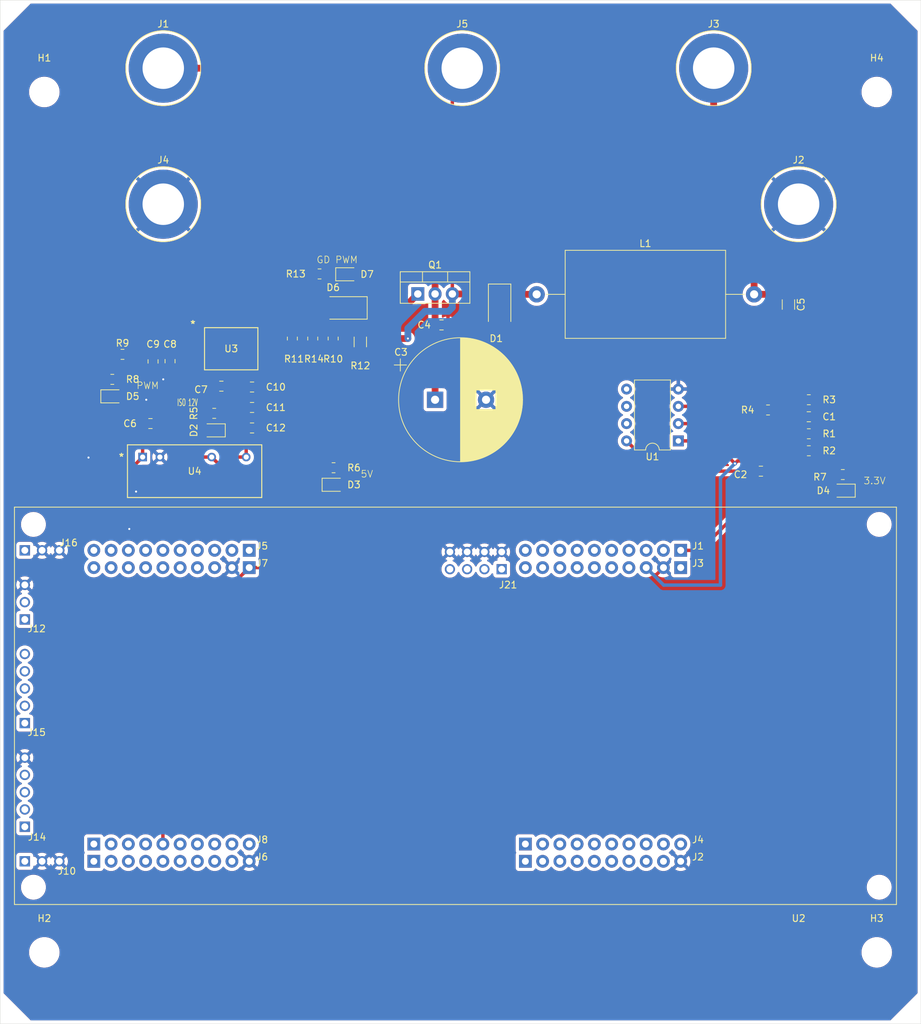
<source format=kicad_pcb>
(kicad_pcb (version 20240108) (generator "pcbnew") (generator_version "8.0")
  (layers (0 "F.Cu" signal) (31 "B.Cu" signal) (34 "B.Paste" user) (35 "F.Paste" user) (36 "B.SilkS" user "B.Silkscreen") (37 "F.SilkS" user "F.Silkscreen") (38 "B.Mask" user) (39 "F.Mask" user) (44 "Edge.Cuts" user))
  (net 0 "")
  (net 1 "Net-(U1A-+)")
  (net 2 "GND")
  (net 3 "+3.3V")
  (net 4 "Net-(U1A--)")
  (net 5 "/VFILT")
  (net 6 "/VOUT")
  (net 15 "/PowerStage/VIN")
  (net 27 "/GD/ISO_12")
  (net 44 "+5V")
  (net 47 "/GD/PWM_FILT")
  (net 48 "/VSW")
  (net 51 "Net-(D2-K)")
  (net 52 "Net-(D3-K)")
  (net 54 "Net-(D4-K)")
  (net 70 "Net-(D5-K)")
  (net 72 "/PWM")
  (net 77 "Net-(D6-A)")
  (net 80 "/VG")
  (net 89 "Net-(D7-K)")
  (net 94 "/GD/GD_PWM")
  (footprint "Capacitor_SMD:C_0805_2012Metric" (layer "F.Cu") (at 137.95 92.25)
    (property "Reference" "C2" (at -3 0.5 0) (layer "F.SilkS"))
    (property "Value" "1u")
    (pad "1" smd roundrect (at -0.95 0) (size 1 1.45) (layers "F.Cu" "F.Paste" "F.Mask") (net 3 "+3.3V"))
    (pad "2" smd roundrect (at 0.95 0) (size 1 1.45) (layers "F.Cu" "F.Paste" "F.Mask") (net 2 "GND"))
  )
  (footprint "Resistor_SMD:R_0805_2012Metric" (layer "F.Cu") (at 139 83.25 180)
    (property "Reference" "R4" (at 3 0 0) (layer "F.SilkS"))
    (property "Value" "5k")
    (pad "1" smd roundrect (at -0.9125 0 180) (size 1.025 1.4) (layers "F.Cu" "F.Paste" "F.Mask") (roundrect_rratio 0.243902) (net 1 "Net-(U1A-+)"))
    (pad "2" smd roundrect (at 0.9125 0 180) (size 1.025 1.4) (layers "F.Cu" "F.Paste" "F.Mask") (roundrect_rratio 0.243902) (net 6 "/VOUT"))
  )
  (footprint "LED_SMD:LED_0805_2012Metric" (layer "F.Cu") (at 42.5 81.25)
    (property "Reference" "D5" (at 3 0 0) (layer "F.SilkS"))
    (property "Value" "LTST-C170KGKT")
    (pad "1" smd roundrect (at -0.9375 0) (size 0.975 1.4) (layers "F.Cu" "F.Paste" "F.Mask") (net 70 "Net-(D5-K)"))
    (pad "2" smd roundrect (at 0.9375 0) (size 0.975 1.4) (layers "F.Cu" "F.Paste" "F.Mask") (net 72 "/PWM"))
  )
  (footprint "Connector:Banana_Jack_1Pin" (layer "F.Cu") (at 94 33)
    (property "Reference" "J5" (at 0 -6.5 0) (layer "F.SilkS"))
    (property "Value" "Conn_01x01_Pin")
    (pad "1" thru_hole circle (at 0 0) (size 10.16 10.16) (drill 6.1) (layers "*.Cu" "*.Mask") (net 48 "/VSW"))
  )
  (footprint "Package_DIP:DIP-8_W7.62mm" (layer "F.Cu") (at 125.8 87.8 180)
    (property "Reference" "U1" (at 3.81 -2.33 180) (layer "F.SilkS"))
    (property "Value" "LM358")
    (pad "1" thru_hole rect (at 0 0 180) (size 1.6 1.6) (drill 0.8) (layers "*.Cu" "*.Mask") (net 5 "/VFILT"))
    (pad "2" thru_hole oval (at 0 2.54 180) (size 1.6 1.6) (drill 0.8) (layers "*.Cu" "*.Mask") (net 4 "Net-(U1A--)"))
    (pad "3" thru_hole oval (at 0 5.08 180) (size 1.6 1.6) (drill 0.8) (layers "*.Cu" "*.Mask") (net 1 "Net-(U1A-+)"))
    (pad "4" thru_hole oval (at 0 7.62 180) (size 1.6 1.6) (drill 0.8) (layers "*.Cu" "*.Mask") (net 2 "GND"))
    (pad "5" thru_hole oval (at 7.62 7.62 180) (size 1.6 1.6) (drill 0.8) (layers "*.Cu" "*.Mask"))
    (pad "6" thru_hole oval (at 7.62 5.08 180) (size 1.6 1.6) (drill 0.8) (layers "*.Cu" "*.Mask"))
    (pad "7" thru_hole oval (at 7.62 2.54 180) (size 1.6 1.6) (drill 0.8) (layers "*.Cu" "*.Mask"))
    (pad "8" thru_hole oval (at 7.62 0 180) (size 1.6 1.6) (drill 0.8) (layers "*.Cu" "*.Mask") (net 3 "+3.3V"))
  )
  (footprint "Capacitor_SMD:C_0805_2012Metric" (layer "F.Cu") (at 48.1152 85.25)
    (property "Reference" "C6" (at -3 0 0) (layer "F.SilkS"))
    (property "Value" "1u")
    (pad "1" smd roundrect (at -0.95 0) (size 1 1.45) (layers "F.Cu" "F.Paste" "F.Mask") (net 44 "+5V"))
    (pad "2" smd roundrect (at 0.95 0) (size 1 1.45) (layers "F.Cu" "F.Paste" "F.Mask") (net 2 "GND"))
  )
  (footprint "Resistor_SMD:R_0805_2012Metric_Pad1.20x1.40mm_HandSolder" (layer "F.Cu") (at 75 72.75 -90)
    (property "Reference" "R10" (at 3 0 180) (layer "F.SilkS"))
    (property "Value" "14R")
    (pad "1" smd roundrect (at -1 0 270) (size 1.2 1.4) (layers "F.Cu" "F.Paste" "F.Mask") (roundrect_rratio 0.208333) (net 80 "/VG"))
    (pad "2" smd roundrect (at 1 0 270) (size 1.2 1.4) (layers "F.Cu" "F.Paste" "F.Mask") (roundrect_rratio 0.208333) (net 94 "/GD/GD_PWM"))
  )
  (footprint "Connector:Banana_Jack_1Pin" (layer "F.Cu") (at 50 53)
    (property "Reference" "J4" (at 0 -6.5 0) (layer "F.SilkS"))
    (property "Value" "Conn_01x01_Pin")
    (pad "1" thru_hole circle (at 0 0) (size 10.16 10.16) (drill 6.1) (layers "*.Cu" "*.Mask") (net 2 "GND"))
  )
  (footprint "Resistor_SMD:R_0805_2012Metric" (layer "F.Cu") (at 145 86.75 180)
    (property "Reference" "R1" (at -3 0 0) (layer "F.SilkS"))
    (property "Value" "5k")
    (pad "1" smd roundrect (at -0.9125 0 180) (size 1.025 1.4) (layers "F.Cu" "F.Paste" "F.Mask") (roundrect_rratio 0.243902) (net 2 "GND"))
    (pad "2" smd roundrect (at 0.9125 0 180) (size 1.025 1.4) (layers "F.Cu" "F.Paste" "F.Mask") (roundrect_rratio 0.243902) (net 4 "Net-(U1A--)"))
  )
  (footprint "Resistor_SMD:R_0805_2012Metric_Pad1.20x1.40mm_HandSolder" (layer "F.Cu") (at 42.5 78.75)
    (property "Reference" "R8" (at 3 0 0) (layer "F.SilkS"))
    (property "Value" "3.3k")
    (pad "1" smd roundrect (at -1 0) (size 1.2 1.4) (layers "F.Cu" "F.Paste" "F.Mask") (roundrect_rratio 0.208333) (net 70 "Net-(D5-K)"))
    (pad "2" smd roundrect (at 1 0) (size 1.2 1.4) (layers "F.Cu" "F.Paste" "F.Mask") (roundrect_rratio 0.208333) (net 2 "GND"))
  )
  (footprint "Resistor_SMD:R_0805_2012Metric_Pad1.20x1.40mm_HandSolder" (layer "F.Cu") (at 69 72.75 90)
    (property "Reference" "R11" (at -3 0.235 180) (layer "F.SilkS"))
    (property "Value" "12R")
    (pad "1" smd roundrect (at -1 0 90) (size 1.2 1.4) (layers "F.Cu" "F.Paste" "F.Mask") (roundrect_rratio 0.208333) (net 94 "/GD/GD_PWM"))
    (pad "2" smd roundrect (at 1 0 90) (size 1.2 1.4) (layers "F.Cu" "F.Paste" "F.Mask") (roundrect_rratio 0.208333) (net 77 "Net-(D6-A)"))
  )
  (footprint "footprints:TMV-HI_SINGLE_TRP" (layer "F.Cu") (at 46.9652 90.175)
    (property "Reference" "U4" (at 7.65 2.075 0) (layer "F.SilkS"))
    (property "Value" "TMV 0512SHI")
    (fp_text user "*" (at -3.1196 0 0) (layer "F.SilkS"))
    (fp_text user "*" (at -3.1196 0 0) (layer "F.SilkS"))
    (pad "1" thru_hole rect (at 0 0) (size 1.27 1.27) (drill 0.762) (layers "*.Cu" "*.Mask") (net 44 "+5V"))
    (pad "2" thru_hole circle (at 2.54 0) (size 1.27 1.27) (drill 0.762) (layers "*.Cu" "*.Mask") (net 2 "GND"))
    (pad "5" thru_hole circle (at 10.16 0) (size 1.27 1.27) (drill 0.762) (layers "*.Cu" "*.Mask") (net 48 "/VSW"))
    (pad "7" thru_hole circle (at 15.24 0) (size 1.27 1.27) (drill 0.762) (layers "*.Cu" "*.Mask") (net 27 "/GD/ISO_12"))
  )
  (footprint "Resistor_SMD:R_1206_3216Metric_Pad1.30x1.75mm_HandSolder" (layer "F.Cu") (at 79 73.25 -90)
    (property "Reference" "R12" (at 3.5 0 0) (layer "F.SilkS"))
    (property "Value" "50R")
    (pad "1" smd roundrect (at -1.55 0 270) (size 1.3 1.75) (layers "F.Cu" "F.Paste" "F.Mask") (roundrect_rratio 0.192308) (net 80 "/VG"))
    (pad "2" smd roundrect (at 1.55 0 270) (size 1.3 1.75) (layers "F.Cu" "F.Paste" "F.Mask") (roundrect_rratio 0.192308) (net 48 "/VSW"))
  )
  (footprint "Capacitor_SMD:C_0805_2012Metric" (layer "F.Cu") (at 145 84.25)
    (property "Reference" "C1" (at 3 0 0) (layer "F.SilkS"))
    (property "Value" "10u")
    (pad "1" smd roundrect (at -0.95 0) (size 1 1.45) (layers "F.Cu" "F.Paste" "F.Mask") (net 1 "Net-(U1A-+)"))
    (pad "2" smd roundrect (at 0.95 0) (size 1 1.45) (layers "F.Cu" "F.Paste" "F.Mask") (net 2 "GND"))
  )
  (footprint "MountingHole:MountingHole_4mm" (layer "F.Cu") (at 155 163)
    (property "Reference" "H3" (at 0 -5 0) (layer "F.SilkS"))
    (property "Value" "MountingHole")
    (pad "" np_thru_hole circle (at 0 0) (size 4 4) (drill 4) (layers "*.Cu" "*.Mask"))
  )
  (footprint "LED_SMD:LED_0805_2012Metric" (layer "F.Cu") (at 57.4375 86.25 180)
    (property "Reference" "D2" (at 2.9375 0 90) (layer "F.SilkS"))
    (property "Value" "LTST-C170KGKT")
    (pad "1" smd roundrect (at -0.9375 0 180) (size 0.975 1.4) (layers "F.Cu" "F.Paste" "F.Mask") (net 51 "Net-(D2-K)"))
    (pad "2" smd roundrect (at 0.9375 0 180) (size 0.975 1.4) (layers "F.Cu" "F.Paste" "F.Mask") (net 27 "/GD/ISO_12"))
  )
  (footprint "Connector:Banana_Jack_1Pin" (layer "F.Cu") (at 50 33)
    (property "Reference" "J1" (at 0 -6.5 0) (layer "F.SilkS"))
    (property "Value" "Conn_01x01_Pin")
    (pad "1" thru_hole circle (at 0 0) (size 10.16 10.16) (drill 6.1) (layers "*.Cu" "*.Mask") (net 15 "/PowerStage/VIN"))
  )
  (footprint "Capacitor_THT:CP_Radial_D18.0mm_P7.50mm" (layer "F.Cu") (at 90 81.75)
    (property "Reference" "C3" (at -5.02222 -7 0) (layer "F.SilkS"))
    (property "Value" "470u")
    (pad "1" thru_hole rect (at 0 0) (size 2.4 2.4) (drill 1.2) (layers "*.Cu" "*.Mask") (net 15 "/PowerStage/VIN"))
    (pad "2" thru_hole circle (at 7.5 0) (size 2.4 2.4) (drill 1.2) (layers "*.Cu" "*.Mask") (net 2 "GND"))
  )
  (footprint "Resistor_SMD:R_0805_2012Metric_Pad1.20x1.40mm_HandSolder" (layer "F.Cu") (at 57.5 83.75 180)
    (property "Reference" "R5" (at 3 0 90) (layer "F.SilkS"))
    (property "Value" "3.3k")
    (pad "1" smd roundrect (at -1 0 180) (size 1.2 1.4) (layers "F.Cu" "F.Paste" "F.Mask") (roundrect_rratio 0.208333) (net 51 "Net-(D2-K)"))
    (pad "2" smd roundrect (at 1 0 180) (size 1.2 1.4) (layers "F.Cu" "F.Paste" "F.Mask") (roundrect_rratio 0.208333) (net 48 "/VSW"))
  )
  (footprint "MountingHole:MountingHole_4mm" (layer "F.Cu") (at 32.5 163)
    (property "Reference" "H2" (at 0 -5 0) (layer "F.SilkS"))
    (property "Value" "MountingHole")
    (pad "" np_thru_hole circle (at 0 0) (size 4 4) (drill 4) (layers "*.Cu" "*.Mask"))
  )
  (footprint "Capacitor_SMD:C_0805_2012Metric" (layer "F.Cu") (at 58.55 79.75 180)
    (property "Reference" "C7" (at 3 -0.5 0) (layer "F.SilkS"))
    (property "Value" "1u")
    (pad "1" smd roundrect (at -0.95 0 180) (size 1 1.45) (layers "F.Cu" "F.Paste" "F.Mask") (net 27 "/GD/ISO_12"))
    (pad "2" smd roundrect (at 0.95 0 180) (size 1 1.45) (layers "F.Cu" "F.Paste" "F.Mask") (net 48 "/VSW"))
  )
  (footprint "Capacitor_SMD:C_0805_2012Metric" (layer "F.Cu") (at 63.0652 82.885)
    (property "Reference" "C11" (at 3.5 0 180) (layer "F.SilkS"))
    (property "Value" "220n")
    (pad "1" smd roundrect (at -0.95 0) (size 1 1.45) (layers "F.Cu" "F.Paste" "F.Mask") (net 27 "/GD/ISO_12"))
    (pad "2" smd roundrect (at 0.95 0) (size 1 1.45) (layers "F.Cu" "F.Paste" "F.Mask") (net 48 "/VSW"))
  )
  (footprint "MountingHole:MountingHole_4mm" (layer "F.Cu") (at 32.5 36.5)
    (property "Reference" "H1" (at 0 -5 0) (layer "F.SilkS"))
    (property "Value" "MountingHole")
    (pad "" np_thru_hole circle (at 0 0) (size 4 4) (drill 4) (layers "*.Cu" "*.Mask"))
  )
  (footprint "Diode_SMD:D_SMA" (layer "F.Cu") (at 76.5 68.25 180)
    (property "Reference" "D6" (at 1.5 3 0) (layer "F.SilkS"))
    (property "Value" "US2AA")
    (pad "1" smd roundrect (at -2 0 180) (size 2.5 1.8) (layers "F.Cu" "F.Paste" "F.Mask") (roundrect_rratio 0.1388888889) (net 80 "/VG"))
    (pad "2" smd roundrect (at 2 0 180) (size 2.5 1.8) (layers "F.Cu" "F.Paste" "F.Mask") (roundrect_rratio 0.1388888889) (net 77 "Net-(D6-A)"))
  )
  (footprint "LED_SMD:LED_0805_2012Metric" (layer "F.Cu") (at 75.0625 94.25)
    (property "Reference" "D3" (at 3 0 0) (layer "F.SilkS"))
    (property "Value" "LTST-C170KGKT")
    (pad "1" smd roundrect (at -0.9375 0) (size 0.975 1.4) (layers "F.Cu" "F.Paste" "F.Mask") (net 52 "Net-(D3-K)"))
    (pad "2" smd roundrect (at 0.9375 0) (size 0.975 1.4) (layers "F.Cu" "F.Paste" "F.Mask") (net 44 "+5V"))
  )
  (footprint "Package_TO_SOT_THT:TO-220-3_Vertical" (layer "F.Cu") (at 87.46 66.195)
    (property "Reference" "Q1" (at 2.54 -4.27 0) (layer "F.SilkS"))
    (property "Value" "IRF540N")
    (pad "1" thru_hole rect (at 0 0) (size 1.905 2) (drill 1.1) (layers "*.Cu" "*.Mask") (net 80 "/VG"))
    (pad "2" thru_hole oval (at 2.54 0) (size 1.905 2) (drill 1.1) (layers "*.Cu" "*.Mask") (net 15 "/PowerStage/VIN"))
    (pad "3" thru_hole oval (at 5.08 0) (size 1.905 2) (drill 1.1) (layers "*.Cu" "*.Mask") (net 48 "/VSW"))
  )
  (footprint "Resistor_SMD:R_0805_2012Metric_Pad1.20x1.40mm_HandSolder" (layer "F.Cu") (at 72 72.75 90)
    (property "Reference" "R14" (at -3 0.185 180) (layer "F.SilkS"))
    (property "Value" "14R")
    (pad "1" smd roundrect (at -1 0 90) (size 1.2 1.4) (layers "F.Cu" "F.Paste" "F.Mask") (roundrect_rratio 0.208333) (net 94 "/GD/GD_PWM"))
    (pad "2" smd roundrect (at 1 0 90) (size 1.2 1.4) (layers "F.Cu" "F.Paste" "F.Mask") (roundrect_rratio 0.208333) (net 80 "/VG"))
  )
  (footprint "LED_SMD:LED_0805_2012Metric" (layer "F.Cu") (at 77.0625 63.3)
    (property "Reference" "D7" (at 2.9375 0 0) (layer "F.SilkS"))
    (property "Value" "LTST-C170KGKT")
    (pad "1" smd roundrect (at -0.9375 0) (size 0.975 1.4) (layers "F.Cu" "F.Paste" "F.Mask") (net 89 "Net-(D7-K)"))
    (pad "2" smd roundrect (at 0.9375 0) (size 0.975 1.4) (layers "F.Cu" "F.Paste" "F.Mask") (net 80 "/VG"))
  )
  (footprint "MCU_lib:MOD_LAUNCHXL-F28379D" (layer "F.Cu") (at 93 126.75 180)
    (property "Reference" "U2" (at -50.5 -31.25 0) (layer "F.SilkS"))
    (property "Value" "LAUNCHXL-F28379D")
    (fp_text user "J21" (at -7.747 17.78 0) (layer "F.SilkS"))
    (fp_text user "J4" (at -35.687 -19.685 0) (layer "F.SilkS"))
    (fp_text user "J16" (at 56.928 23.97 0) (layer "F.SilkS"))
    (fp_text user "J15" (at 61.628 -3.905 0) (layer "F.SilkS"))
    (fp_text user "J12" (at 61.628 11.335 0) (layer "F.SilkS"))
    (fp_text user "J1" (at -35.687 23.495 0) (layer "F.SilkS"))
    (fp_text user "J8" (at 28.448 -19.685 0) (layer "F.SilkS"))
    (fp_text user "J10" (at 57.178 -24.305 0) (layer "F.SilkS"))
    (fp_text user "J7" (at 28.448 20.955 0) (layer "F.SilkS"))
    (fp_text user "J3" (at -35.687 20.955 0) (layer "F.SilkS"))
    (fp_text user "J6" (at 28.448 -22.225 0) (layer "F.SilkS"))
    (fp_text user "J14" (at 61.578 -19.305 0) (layer "F.SilkS"))
    (fp_text user "J2" (at -35.687 -22.225 0) (layer "F.SilkS"))
    (fp_text user "J5" (at 28.448 23.495 0) (layer "F.SilkS"))
    (pad "" np_thru_hole circle (at -62.357 -26.67 180) (size 3.175 3.175) (drill 3.175) (layers "*.Cu" "*.Mask"))
    (pad "" np_thru_hole circle (at -62.357 26.67 180) (size 3.175 3.175) (drill 3.175) (layers "*.Cu" "*.Mask"))
    (pad "" np_thru_hole circle (at 62.103 -26.67 180) (size 3.175 3.175) (drill 3.175) (layers "*.Cu" "*.Mask"))
    (pad "" np_thru_hole circle (at 62.103 26.67 180) (size 3.175 3.175) (drill 3.175) (layers "*.Cu" "*.Mask"))
    (pad "J1_1" thru_hole rect (at -33.147 22.86 180) (size 1.8796 1.8796) (drill 1.016) (layers "*.Cu" "*.Mask") (net 3 "+3.3V"))
    (pad "J1_2" thru_hole circle (at -30.607 22.86 180) (size 1.8796 1.8796) (drill 1.016) (layers "*.Cu" "*.Mask"))
    (pad "J1_3" thru_hole circle (at -28.067 22.86 180) (size 1.8796 1.8796) (drill 1.016) (layers "*.Cu" "*.Mask"))
    (pad "J1_4" thru_hole circle (at -25.527 22.86 180) (size 1.8796 1.8796) (drill 1.016) (layers "*.Cu" "*.Mask"))
    (pad "J1_5" thru_hole circle (at -22.987 22.86 180) (size 1.8796 1.8796) (drill 1.016) (layers "*.Cu" "*.Mask"))
    (pad "J1_6" thru_hole circle (at -20.447 22.86 180) (size 1.8796 1.8796) (drill 1.016) (layers "*.Cu" "*.Mask"))
    (pad "J1_7" thru_hole circle (at -17.907 22.86 180) (size 1.8796 1.8796) (drill 1.016) (layers "*.Cu" "*.Mask"))
    (pad "J1_8" thru_hole circle (at -15.367 22.86 180) (size 1.8796 1.8796) (drill 1.016) (layers "*.Cu" "*.Mask"))
    (pad "J1_9" thru_hole circle (at -12.827 22.86 180) (size 1.8796 1.8796) (drill 1.016) (layers "*.Cu" "*.Mask"))
    (pad "J1_10" thru_hole circle (at -10.287 22.86 180) (size 1.8796 1.8796) (drill 1.016) (layers "*.Cu" "*.Mask"))
    (pad "J2_1" thru_hole rect (at -10.287 -22.86 180) (size 1.8796 1.8796) (drill 1.016) (layers "*.Cu" "*.Mask"))
    (pad "J2_2" thru_hole circle (at -12.827 -22.86 180) (size 1.8796 1.8796) (drill 1.016) (layers "*.Cu" "*.Mask"))
    (pad "J2_3" thru_hole circle (at -15.367 -22.86 180) (size 1.8796 1.8796) (drill 1.016) (layers "*.Cu" "*.Mask"))
    (pad "J2_4" thru_hole circle (at -17.907 -22.86 180) (size 1.8796 1.8796) (drill 1.016) (layers "*.Cu" "*.Mask"))
    (pad "J2_5" thru_hole circle (at -20.447 -22.86 180) (size 1.8796 1.8796) (drill 1.016) (layers "*.Cu" "*.Mask"))
    (pad "J2_6" thru_hole circle (at -22.987 -22.86 180) (size 1.8796 1.8796) (drill 1.016) (layers "*.Cu" "*.Mask"))
    (pad "J2_7" thru_hole circle (at -25.527 -22.86 180) (size 1.8796 1.8796) (drill 1.016) (layers "*.Cu" "*.Mask"))
    (pad "J2_8" thru_hole circle (at -28.067 -22.86 180) (size 1.8796 1.8796) (drill 1.016) (layers "*.Cu" "*.Mask"))
    (pad "J2_9" thru_hole circle (at -30.607 -22.86 180) (size 1.8796 1.8796) (drill 1.016) (layers "*.Cu" "*.Mask"))
    (pad "J2_10" thru_hole circle (at -33.147 -22.86 180) (size 1.8796 1.8796) (drill 1.016) (layers "*.Cu" "*.Mask") (net 2 "GND"))
    (pad "J3_1" thru_hole rect (at -33.147 20.32 180) (size 1.8796 1.8796) (drill 1.016) (layers "*.Cu" "*.Mask"))
    (pad "J3_2" thru_hole circle (at -30.607 20.32 180) (size 1.8796 1.8796) (drill 1.016) (layers "*.Cu" "*.Mask") (net 2 "GND"))
    (pad "J3_3" thru_hole circle (at -28.067 20.32 180) (size 1.8796 1.8796) (drill 1.016) (layers "*.Cu" "*.Mask") (net 5 "/VFILT"))
    (pad "J3_4" thru_hole circle (at -25.527 20.32 180) (size 1.8796 1.8796) (drill 1.016) (layers "*.Cu" "*.Mask"))
    (pad "J3_5" thru_hole circle (at -22.987 20.32 180) (size 1.8796 1.8796) (drill 1.016) (layers "*.Cu" "*.Mask"))
    (pad "J3_6" thru_hole circle (at -20.447 20.32 180) (size 1.8796 1.8796) (drill 1.016) (layers "*.Cu" "*.Mask"))
    (pad "J3_7" thru_hole circle (at -17.907 20.32 180) (size 1.8796 1.8796) (drill 1.016) (layers "*.Cu" "*.Mask"))
    (pad "J3_8" thru_hole circle (at -15.367 20.32 180) (size 1.8796 1.8796) (drill 1.016) (layers "*.Cu" "*.Mask"))
    (pad "J3_9" thru_hole circle (at -12.827 20.32 180) (size 1.8796 1.8796) (drill 1.016) (layers "*.Cu" "*.Mask"))
    (pad "J3_10" thru_hole circle (at -10.287 20.32 180) (size 1.8796 1.8796) (drill 1.016) (layers "*.Cu" "*.Mask"))
    (pad "J4_1" thru_hole rect (at -10.287 -20.32 180) (size 1.8796 1.8796) (drill 1.016) (layers "*.Cu" "*.Mask"))
    (pad "J4_2" thru_hole circle (at -12.827 -20.32 180) (size 1.8796 1.8796) (drill 1.016) (layers "*.Cu" "*.Mask"))
    (pad "J4_3" thru_hole circle (at -15.367 -20.32 180) (size 1.8796 1.8796) (drill 1.016) (layers "*.Cu" "*.Mask"))
    (pad "J4_4" thru_hole circle (at -17.907 -20.32 180) (size 1.8796 1.8796) (drill 1.016) (layers "*.Cu" "*.Mask"))
    (pad "J4_5" thru_hole circle (at -20.447 -20.32 180) (size 1.8796 1.8796) (drill 1.016) (layers "*.Cu" "*.Mask"))
    (pad "J4_6" thru_hole circle (at -22.987 -20.32 180) (size 1.8796 1.8796) (drill 1.016) (layers "*.Cu" "*.Mask"))
    (pad "J4_7" thru_hole circle (at -25.527 -20.32 180) (size 1.8796 1.8796) (drill 1.016) (layers "*.Cu" "*.Mask"))
    (pad "J4_8" thru_hole circle (at -28.067 -20.32 180) (size 1.8796 1.8796) (drill 1.016) (layers "*.Cu" "*.Mask"))
    (pad "J4_9" thru_hole circle (at -30.607 -20.32 180) (size 1.8796 1.8796) (drill 1.016) (layers "*.Cu" "*.Mask"))
    (pad "J4_10" thru_hole circle (at -33.147 -20.32 180) (size 1.8796 1.8796) (drill 1.016) (layers "*.Cu" "*.Mask"))
    (pad "J5_1" thru_hole rect (at 30.353 22.86 180) (size 1.8796 1.8796) (drill 1.016) (layers "*.Cu" "*.Mask"))
    (pad "J5_2" thru_hole circle (at 32.893 22.86 180) (size 1.8796 1.8796) (drill 1.016) (layers "*.Cu" "*.Mask"))
    (pad "J5_3" thru_hole circle (at 35.433 22.86 180) (size 1.8796 1.8796) (drill 1.016) (layers "*.Cu" "*.Mask"))
    (pad "J5_4" thru_hole circle (at 37.973 22.86 180) (size 1.8796 1.8796) (drill 1.016) (layers "*.Cu" "*.Mask"))
    (pad "J5_5" thru_hole circle (at 40.513 22.86 180) (size 1.8796 1.8796) (drill 1.016) (layers "*.Cu" "*.Mask"))
    (pad "J5_6" thru_hole circle (at 43.053 22.86 180) (size 1.8796 1.8796) (drill 1.016) (layers "*.Cu" "*.Mask"))
    (pad "J5_7" thru_hole circle (at 45.593 22.86 180) (size 1.8796 1.8796) (drill 1.016) (layers "*.Cu" "*.Mask"))
    (pad "J5_8" thru_hole circle (at 48.133 22.86 180) (size 1.8796 1.8796) (drill 1.016) (layers "*.Cu" "*.Mask"))
    (pad "J5_9" thru_hole circle (at 50.673 22.86 180) (size 1.8796 1.8796) (drill 1.016) (layers "*.Cu" "*.Mask"))
    (pad "J5_10" thru_hole circle (at 53.213 22.86 180) (size 1.8796 1.8796) (drill 1.016) (layers "*.Cu" "*.Mask"))
    (pad "J6_1" thru_hole rect (at 53.213 -22.86 180) (size 1.8796 1.8796) (drill 1.016) (layers "*.Cu" "*.Mask"))
    (pad "J6_2" thru_hole circle (at 50.673 -22.86 180) (size 1.8796 1.8796) (drill 1.016) (layers "*.Cu" "*.Mask"))
    (pad "J6_3" thru_hole circle (at 48.133 -22.86 180) (size 1.8796 1.8796) (drill 1.016) (layers "*.Cu" "*.Mask"))
    (pad "J6_4" thru_hole circle (at 45.593 -22.86 180) (size 1.8796 1.8796) (drill 1.016) (layers "*.Cu" "*.Mask"))
    (pad "J6_5" thru_hole circle (at 43.053 -22.86 180) (size 1.8796 1.8796) (drill 1.016) (layers "*.Cu" "*.Mask"))
    (pad "J6_6" thru_hole circle (at 40.513 -22.86 180) (size 1.8796 1.8796) (drill 1.016) (layers "*.Cu" "*.Mask"))
    (pad "J6_7" thru_hole circle (at 37.973 -22.86 180) (size 1.8796 1.8796) (drill 1.016) (layers "*.Cu" "*.Mask"))
    (pad "J6_8" thru_hole circle (at 35.433 -22.86 180) (size 1.8796 1.8796) (drill 1.016) (layers "*.Cu" "*.Mask"))
    (pad "J6_9" thru_hole circle (at 32.893 -22.86 180) (size 1.8796 1.8796) (drill 1.016) (layers "*.Cu" "*.Mask"))
    (pad "J6_10" thru_hole circle (at 30.353 -22.86 180) (size 1.8796 1.8796) (drill 1.016) (layers "*.Cu" "*.Mask") (net 2 "GND"))
    (pad "J7_1" thru_hole rect (at 30.353 20.32 180) (size 1.8796 1.8796) (drill 1.016) (layers "*.Cu" "*.Mask") (net 44 "+5V"))
    (pad "J7_2" thru_hole circle (at 32.893 20.32 180) (size 1.8796 1.8796) (drill 1.016) (layers "*.Cu" "*.Mask") (net 2 "GND"))
    (pad "J7_3" thru_hole circle (at 35.433 20.32 180) (size 1.8796 1.8796) (drill 1.016) (layers "*.Cu" "*.Mask"))
    (pad "J7_4" thru_hole circle (at 37.973 20.32 180) (size 1.8796 1.8796) (drill 1.016) (layers "*.Cu" "*.Mask"))
    (pad "J7_5" thru_hole circle (at 40.513 20.32 180) (size 1.8796 1.8796) (drill 1.016) (layers "*.Cu" "*.Mask"))
    (pad "J7_6" thru_hole circle (at 43.053 20.32 180) (size 1.8796 1.8796) (drill 1.016) (layers "*.Cu" "*.Mask"))
    (pad "J7_7" thru_hole circle (at 45.593 20.32 180) (size 1.8796 1.8796) (drill 1.016) (layers "*.Cu" "*.Mask"))
    (pad "J7_8" thru_hole circle (at 48.133 20.32 180) (size 1.8796 1.8796) (drill 1.016) (layers "*.Cu" "*.Mask"))
    (pad "J7_9" thru_hole circle (at 50.673 20.32 180) (size 1.8796 1.8796) (drill 1.016) (layers "*.Cu" "*.Mask"))
    (pad "J7_10" thru_hole circle (at 53.213 20.32 180) (size 1.8796 1.8796) (drill 1.016) (layers "*.Cu" "*.Mask"))
    (pad "J8_1" thru_hole rect (at 53.213 -20.32 180) (size 1.8796 1.8796) (drill 1.016) (layers "*.Cu" "*.Mask"))
    (pad "J8_2" thru_hole circle (at 50.673 -20.32 180) (size 1.8796 1.8796) (drill 1.016) (layers "*.Cu" "*.Mask"))
    (pad "J8_3" thru_hole circle (at 48.133 -20.32 180) (size 1.8796 1.8796) (drill 1.016) (layers "*.Cu" "*.Mask"))
    (pad "J8_4" thru_hole circle (at 45.593 -20.32 180) (size 1.8796 1.8796) (drill 1.016) (layers "*.Cu" "*.Mask"))
    (pad "J8_5" thru_hole circle (at 43.053 -20.32 180) (size 1.8796 1.8796) (drill 1.016) (layers "*.Cu" "*.Mask") (net 72 "/PWM"))
    (pad "J8_6" thru_hole circle (at 40.513 -20.32 180) (size 1.8796 1.8796) (drill 1.016) (layers "*.Cu" "*.Mask"))
    (pad "J8_7" thru_hole circle (at 37.973 -20.32 180) (size 1.8796 1.8796) (drill 1.016) (layers "*.Cu" "*.Mask"))
    (pad "J8_8" thru_hole circle (at 35.433 -20.32 180) (size 1.8796 1.8796) (drill 1.016) (layers "*.Cu" "*.Mask"))
    (pad "J8_9" thru_hole circle (at 32.893 -20.32 180) (size 1.8796 1.8796) (drill 1.016) (layers "*.Cu" "*.Mask"))
    (pad "J8_10" thru_hole circle (at 30.353 -20.32 180) (size 1.8796 1.8796) (drill 1.016) (layers "*.Cu" "*.Mask"))
    (pad "J10_1" thru_hole rect (at 63.373 -22.86 180) (size 1.524 1.524) (drill 1.016) (layers "*.Cu" "*.Mask"))
    (pad "J10_2" thru_hole circle (at 60.833 -22.86 180) (size 1.524 1.524) (drill 1.016) (layers "*.Cu" "*.Mask") (net 2 "GND"))
    (pad "J10_3" thru_hole circle (at 58.293 -22.86 180) (size 1.524 1.524) (drill 1.016) (layers "*.Cu" "*.Mask") (net 2 "GND"))
    (pad "J12_1" thru_hole rect (at 63.373 12.7 180) (size 1.524 1.524) (drill 1.016) (layers "*.Cu" "*.Mask"))
    (pad "J12_2" thru_hole circle (at 63.373 15.24 180) (size 1.524 1.524) (drill 1.016) (layers "*.Cu" "*.Mask"))
    (pad "J12_3" thru_hole circle (at 63.373 17.78 180) (size 1.524 1.524) (drill 1.016) (layers "*.Cu" "*.Mask") (net 2 "GND"))
    (pad "J14_1" thru_hole rect (at 63.373 -17.78 180) (size 1.524 1.524) (drill 1.016) (layers "*.Cu" "*.Mask"))
    (pad "J14_2" thru_hole circle (at 63.373 -15.24 180) (size 1.524 1.524) (drill 1.016) (layers "*.Cu" "*.Mask"))
    (pad "J14_3" thru_hole circle (at 63.373 -12.7 180) (size 1.524 1.524) (drill 1.016) (layers "*.Cu" "*.Mask"))
    (pad "J14_4" thru_hole circle (at 63.373 -10.16 180) (size 1.524 1.524) (drill 1.016) (layers "*.Cu" "*.Mask"))
    (pad "J14_5" thru_hole circle (at 63.373 -7.62 180) (size 1.524 1.524) (drill 1.016) (layers "*.Cu" "*.Mask") (net 2 "GND"))
    (pad "J15_1" thru_hole rect (at 63.373 -2.54 180) (size 1.524 1.524) (drill 1.016) (layers "*.Cu" "*.Mask"))
    (pad "J15_2" thru_hole circle (at 63.373 0 180) (size 1.524 1.524) (drill 1.016) (layers "*.Cu" "*.Mask"))
    (pad "J15_3" thru_hole circle (at 63.373 2.54 180) (size 1.524 1.524) (drill 1.016) (layers "*.Cu" "*.Mask"))
    (pad "J15_4" thru_hole circle (at 63.373 5.08 180) (size 1.524 1.524) (drill 1.016) (layers "*.Cu" "*.Mask"))
    (pad "J15_5" thru_hole circle (at 63.373 7.62 180) (size 1.524 1.524) (drill 1.016) (layers "*.Cu" "*.Mask"))
    (pad "J16_1" thru_hole rect (at 63.373 22.86 180) (size 1.524 1.524) (drill 1.016) (layers "*.Cu" "*.Mask"))
    (pad "J16_2" thru_hole circle (at 60.833 22.86 180) (size 1.524 1.524) (drill 1.016) (layers "*.Cu" "*.Mask") (net 2 "GND"))
    (pad "J16_3" thru_hole circle (at 58.293 22.86 180) (size 1.524 1.524) (drill 1.016) (layers "*.Cu" "*.Mask") (net 2 "GND"))
    (pad "J21_1" thru_hole rect (at -6.803 20.086 180) (size 1.5 1.5) (drill 1) (layers "*.Cu" "*.Mask"))
    (pad "J21_2" thru_hole circle (at -6.803 22.626 180) (size 1.5 1.5) (drill 1) (layers "*.Cu" "*.Mask") (net 2 "GND"))
    (pad "J21_3" thru_hole circle (at -4.263 20.086 180) (size 1.5 1.5) (drill 1) (layers "*.Cu" "*.Mask"))
    (pad "J21_4" thru_hole circle (at -4.263 22.626 180) (size 1.5 1.5) (drill 1) (layers "*.Cu" "*.Mask") (net 2 "GND"))
    (pad "J21_5" thru_hole circle (at -1.723 20.086 180) (size 1.5 1.5) (drill 1) (layers "*.Cu" "*.Mask"))
    (pad "J21_6" thru_hole circle (at -1.723 22.626 180) (size 1.5 1.5) (drill 1) (layers "*.Cu" "*.Mask") (net 2 "GND"))
    (pad "J21_7" thru_hole circle (at 0.817 20.086 180) (size 1.5 1.5) (drill 1) (layers "*.Cu" "*.Mask"))
    (pad "J21_8" thru_hole circle (at 0.817 22.626 180) (size 1.5 1.5) (drill 1) (layers "*.Cu" "*.Mask") (net 2 "GND"))
  )
  (footprint "Resistor_SMD:R_0805_2012Metric" (layer "F.Cu") (at 145 81.75)
    (property "Reference" "R3" (at 3 0 0) (layer "F.SilkS"))
    (property "Value" "250")
    (pad "1" smd roundrect (at -0.9125 0) (size 1.025 1.4) (layers "F.Cu" "F.Paste" "F.Mask") (roundrect_rratio 0.243902) (net 1 "Net-(U1A-+)"))
    (pad "2" smd roundrect (at 0.9125 0) (size 1.025 1.4) (layers "F.Cu" "F.Paste" "F.Mask") (roundrect_rratio 0.243902) (net 2 "GND"))
  )
  (footprint "Capacitor_SMD:C_0805_2012Metric_Pad1.18x1.45mm_HandSolder" (layer "F.Cu") (at 51 76.0775 -90)
    (property "Reference" "C8" (at -2.5 0 0) (layer "F.SilkS"))
    (property "Value" "1u")
    (pad "1" smd roundrect (at -1.0375 0 270) (size 1.175 1.45) (layers "F.Cu" "F.Paste" "F.Mask") (roundrect_rratio 0.212766) (net 44 "+5V"))
    (pad "2" smd roundrect (at 1.0375 0 270) (size 1.175 1.45) (layers "F.Cu" "F.Paste" "F.Mask") (roundrect_rratio 0.212766) (net 2 "GND"))
  )
  (footprint "Inductor_THT:L_Axial_L23.4mm_D12.7mm_P32.00mm_Horizontal_Vishay_IHA-203" (layer "F.Cu") (at 104.95 66.25)
    (property "Reference" "L1" (at 16 -7.47 0) (layer "F.SilkS"))
    (property "Value" "33m")
    (pad "1" thru_hole circle (at 0 0) (size 2.4 2.4) (drill 1.2) (layers "*.Cu" "*.Mask") (net 48 "/VSW"))
    (pad "2" thru_hole oval (at 32 0) (size 2.4 2.4) (drill 1.2) (layers "*.Cu" "*.Mask") (net 6 "/VOUT"))
  )
  (footprint "Resistor_SMD:R_0805_2012Metric_Pad1.20x1.40mm_HandSolder" (layer "F.Cu") (at 75.0625 91.75)
    (property "Reference" "R6" (at 3 0 0) (layer "F.SilkS"))
    (property "Value" "3.3k")
    (pad "1" smd roundrect (at -1 0) (size 1.2 1.4) (layers "F.Cu" "F.Paste" "F.Mask") (roundrect_rratio 0.208333) (net 52 "Net-(D3-K)"))
    (pad "2" smd roundrect (at 1 0) (size 1.2 1.4) (layers "F.Cu" "F.Paste" "F.Mask") (roundrect_rratio 0.208333) (net 2 "GND"))
  )
  (footprint "footprints:SOIC8_DWV_TEX" (layer "F.Cu") (at 60 74.25)
    (property "Reference" "U3" (at 0 0 0) (layer "F.SilkS"))
    (property "Value" "UCC5304DWVR")
    (fp_text user "*" (at -5.6388 -3.6068 0) (layer "F.SilkS"))
    (fp_text user "*" (at -5.6388 -3.6068 0) (layer "F.SilkS"))
    (pad "1" smd rect (at -5.3848 -1.905) (size 1.7018 0.5588) (layers "F.Cu" "F.Paste" "F.Mask") (net 47 "/GD/PWM_FILT"))
    (pad "2" smd rect (at -5.3848 -0.635) (size 1.7018 0.5588) (layers "F.Cu" "F.Paste" "F.Mask") (net 44 "+5V"))
    (pad "3" smd rect (at -5.3848 0.635) (size 1.7018 0.5588) (layers "F.Cu" "F.Paste" "F.Mask") (net 44 "+5V"))
    (pad "4" smd rect (at -5.3848 1.905) (size 1.7018 0.5588) (layers "F.Cu" "F.Paste" "F.Mask") (net 2 "GND"))
    (pad "5" smd rect (at 5.3848 1.905) (size 1.7018 0.5588) (layers "F.Cu" "F.Paste" "F.Mask") (net 48 "/VSW"))
    (pad "6" smd rect (at 5.3848 0.635) (size 1.7018 0.5588) (layers "F.Cu" "F.Paste" "F.Mask") (net 48 "/VSW"))
    (pad "7" smd rect (at 5.3848 -0.635) (size 1.7018 0.5588) (layers "F.Cu" "F.Paste" "F.Mask") (net 94 "/GD/GD_PWM"))
    (pad "8" smd rect (at 5.3848 -1.905) (size 1.7018 0.5588) (layers "F.Cu" "F.Paste" "F.Mask") (net 27 "/GD/ISO_12"))
  )
  (footprint "MountingHole:MountingHole_4mm" (layer "F.Cu") (at 155 36.5)
    (property "Reference" "H4" (at 0 -5 0) (layer "F.SilkS"))
    (property "Value" "MountingHole")
    (pad "" np_thru_hole circle (at 0 0) (size 4 4) (drill 4) (layers "*.Cu" "*.Mask"))
  )
  (footprint "LED_SMD:LED_0805_2012Metric" (layer "F.Cu") (at 150.1425 95.115 180)
    (property "Reference" "D4" (at 3 0 0) (layer "F.SilkS"))
    (property "Value" "LTST-C170KGKT")
    (pad "1" smd roundrect (at -0.9375 0 180) (size 0.975 1.4) (layers "F.Cu" "F.Paste" "F.Mask") (net 54 "Net-(D4-K)"))
    (pad "2" smd roundrect (at 0.9375 0 180) (size 0.975 1.4) (layers "F.Cu" "F.Paste" "F.Mask") (net 3 "+3.3V"))
  )
  (footprint "Resistor_SMD:R_0805_2012Metric_Pad1.20x1.40mm_HandSolder" (layer "F.Cu") (at 73 63.25 180)
    (property "Reference" "R13" (at 3.5 0 0) (layer "F.SilkS"))
    (property "Value" "3.3k")
    (pad "1" smd roundrect (at -1 0 180) (size 1.2 1.4) (layers "F.Cu" "F.Paste" "F.Mask") (roundrect_rratio 0.208333) (net 89 "Net-(D7-K)"))
    (pad "2" smd roundrect (at 1 0 180) (size 1.2 1.4) (layers "F.Cu" "F.Paste" "F.Mask") (roundrect_rratio 0.208333) (net 48 "/VSW"))
  )
  (footprint "Resistor_SMD:R_0805_2012Metric" (layer "F.Cu") (at 145 89.25)
    (property "Reference" "R2" (at 3 0 0) (layer "F.SilkS"))
    (property "Value" "250")
    (pad "1" smd roundrect (at -0.9125 0) (size 1.025 1.4) (layers "F.Cu" "F.Paste" "F.Mask") (roundrect_rratio 0.243902) (net 4 "Net-(U1A--)"))
    (pad "2" smd roundrect (at 0.9125 0) (size 1.025 1.4) (layers "F.Cu" "F.Paste" "F.Mask") (roundrect_rratio 0.243902) (net 5 "/VFILT"))
  )
  (footprint "Resistor_SMD:R_0805_2012Metric_Pad1.20x1.40mm_HandSolder" (layer "F.Cu") (at 150 92.75 180)
    (property "Reference" "R7" (at 3.3575 -0.365 0) (layer "F.SilkS"))
    (property "Value" "3.3k")
    (pad "1" smd roundrect (at -1 0 180) (size 1.2 1.4) (layers "F.Cu" "F.Paste" "F.Mask") (roundrect_rratio 0.208333) (net 54 "Net-(D4-K)"))
    (pad "2" smd roundrect (at 1 0 180) (size 1.2 1.4) (layers "F.Cu" "F.Paste" "F.Mask") (roundrect_rratio 0.208333) (net 2 "GND"))
  )
  (footprint "Capacitor_SMD:C_0805_2012Metric" (layer "F.Cu") (at 63.0652 79.875)
    (property "Reference" "C10" (at 3.5 0.01 180) (layer "F.SilkS"))
    (property "Value" "10u")
    (pad "1" smd roundrect (at -0.95 0) (size 1 1.45) (layers "F.Cu" "F.Paste" "F.Mask") (net 27 "/GD/ISO_12"))
    (pad "2" smd roundrect (at 0.95 0) (size 1 1.45) (layers "F.Cu" "F.Paste" "F.Mask") (net 48 "/VSW"))
  )
  (footprint "Diode_SMD:D_SMA" (layer "F.Cu") (at 99.5 68.25 -90)
    (property "Reference" "D1" (at 4.5 0.5 0) (layer "F.SilkS"))
    (property "Value" "SS310")
    (pad "1" smd roundrect (at -2 0 270) (size 2.5 1.8) (layers "F.Cu" "F.Paste" "F.Mask") (roundrect_rratio 0.1388888889) (net 48 "/VSW"))
    (pad "2" smd roundrect (at 2 0 270) (size 2.5 1.8) (layers "F.Cu" "F.Paste" "F.Mask") (roundrect_rratio 0.1388888889) (net 2 "GND"))
  )
  (footprint "Connector:Banana_Jack_1Pin" (layer "F.Cu") (at 143.5 53)
    (property "Reference" "J2" (at 0 -6.5 0) (layer "F.SilkS"))
    (property "Value" "Conn_01x01_Pin")
    (pad "1" thru_hole circle (at 0 0) (size 10.16 10.16) (drill 6.1) (layers "*.Cu" "*.Mask") (net 2 "GND"))
  )
  (footprint "Capacitor_SMD:C_1206_3216Metric" (layer "F.Cu") (at 142 67.75 -90)
    (property "Reference" "C5" (at 0 -1.85 -90) (layer "F.SilkS"))
    (property "Value" "4.7u")
    (pad "1" smd roundrect (at -1.475 0 270) (size 1.15 1.8) (layers "F.Cu" "F.Paste" "F.Mask") (roundrect_rratio 0.217391) (net 6 "/VOUT"))
    (pad "2" smd roundrect (at 1.475 0 270) (size 1.15 1.8) (layers "F.Cu" "F.Paste" "F.Mask") (roundrect_rratio 0.217391) (net 2 "GND"))
  )
  (footprint "Capacitor_SMD:C_0805_2012Metric" (layer "F.Cu") (at 63.0652 85.895)
    (property "Reference" "C12" (at 3.5 -0.01 180) (layer "F.SilkS"))
    (property "Value" "10u")
    (pad "1" smd roundrect (at -0.95 0) (size 1 1.45) (layers "F.Cu" "F.Paste" "F.Mask") (net 27 "/GD/ISO_12"))
    (pad "2" smd roundrect (at 0.95 0) (size 1 1.45) (layers "F.Cu" "F.Paste" "F.Mask") (net 48 "/VSW"))
  )
  (footprint "Resistor_SMD:R_0805_2012Metric_Pad1.20x1.40mm_HandSolder" (layer "F.Cu") (at 44 75.0775)
    (property "Reference" "R9" (at 0 -1.65 0) (layer "F.SilkS"))
    (property "Value" "51R")
    (pad "1" smd roundrect (at -1 0) (size 1.2 1.4) (layers "F.Cu" "F.Paste" "F.Mask") (roundrect_rratio 0.208333) (net 72 "/PWM"))
    (pad "2" smd roundrect (at 1 0) (size 1.2 1.4) (layers "F.Cu" "F.Paste" "F.Mask") (roundrect_rratio 0.208333) (net 47 "/GD/PWM_FILT"))
  )
  (footprint "Capacitor_SMD:C_0805_2012Metric_Pad1.18x1.45mm_HandSolder" (layer "F.Cu") (at 48.5 76.115 -90)
    (property "Reference" "C9" (at -2.5375 0 180) (layer "F.SilkS"))
    (property "Value" "33p")
    (pad "1" smd roundrect (at -1.0375 0 270) (size 1.175 1.45) (layers "F.Cu" "F.Paste" "F.Mask") (roundrect_rratio 0.212766) (net 47 "/GD/PWM_FILT"))
    (pad "2" smd roundrect (at 1.0375 0 270) (size 1.175 1.45) (layers "F.Cu" "F.Paste" "F.Mask") (roundrect_rratio 0.212766) (net 2 "GND"))
  )
  (footprint "Connector:Banana_Jack_1Pin" (layer "F.Cu") (at 131 33)
    (property "Reference" "J3" (at 0 -6.5 0) (layer "F.SilkS"))
    (property "Value" "Conn_01x01_Pin")
    (pad "1" thru_hole circle (at 0 0) (size 10.16 10.16) (drill 6.1) (layers "*.Cu" "*.Mask") (net 6 "/VOUT"))
  )
  (footprint "Capacitor_SMD:C_0805_2012Metric" (layer "F.Cu") (at 90.95 70.75)
    (property "Reference" "C4" (at -2.55 0 0) (layer "F.SilkS"))
    (property "Value" "1u")
    (pad "1" smd roundrect (at -0.95 0) (size 1 1.45) (layers "F.Cu" "F.Paste" "F.Mask") (net 15 "/PowerStage/VIN"))
    (pad "2" smd roundrect (at 0.95 0) (size 1 1.45) (layers "F.Cu" "F.Paste" "F.Mask") (net 2 "GND"))
  )
  (gr_rect (start 26 23) (end 161.5 173.5) (stroke (width 0.05)) (fill none) (layer "Edge.Cuts"))
  (gr_text "3.3V" (at 153 94.25 0) (layer "F.SilkS") (effects (font (size 1 1) (thickness 0.1)) (justify left bottom)))
  (gr_text "5V" (at 79 93.25 0) (layer "F.SilkS") (effects (font (size 1 1) (thickness 0.1)) (justify left bottom)))
  (gr_text "ISO 12V" (at 52 82.75 0) (layer "F.SilkS") (effects (font (size 1 0.5) (thickness 0.1)) (justify left bottom)))
  (gr_text "GD PWM\n" (at 72.5 61.75 0) (layer "F.SilkS") (effects (font (size 1 1) (thickness 0.1)) (justify left bottom)))
  (gr_text "PWM\n" (at 46 80.25 0) (layer "F.SilkS") (effects (font (size 1 1) (thickness 0.1)) (justify left bottom)))
  (segment (start 139.9125 83.25) (end 140.5 83.25) (width 0.5) (layer "F.Cu") (net 1))
  (segment (start 142 81.75) (end 144.0875 81.75) (width 0.5) (layer "F.Cu") (net 1))
  (segment (start 144.05 84.25) (end 143.550062 84.749938) (width 0.5) (layer "F.Cu") (net 1))
  (segment (start 140.5 83.25) (end 142 81.75) (width 0.5) (layer "F.Cu") (net 1))
  (segment (start 133.249938 84.749938) (end 131.22 82.72) (width 0.5) (layer "F.Cu") (net 1))
  (segment (start 144.0875 81.75) (end 144.0875 82.6625) (width 0.5) (layer "F.Cu") (net 1))
  (segment (start 131.22 82.72) (end 125.8 82.72) (width 0.5) (layer "F.Cu") (net 1))
  (segment (start 143.550062 84.749938) (end 133.249938 84.749938) (width 0.5) (layer "F.Cu") (net 1))
  (segment (start 144.05 82.7) (end 144.05 84.25) (width 0.5) (layer "F.Cu") (net 1))
  (segment (start 144.0875 82.6625) (end 144.05 82.7) (width 0.2) (layer "F.Cu") (net 1))
  (segment (start 99.445 70.195) (end 99.5 70.25) (width 1) (layer "F.Cu") (net 2))
  (via (at 46 95.25) (size 0.6) (drill 0.3) (layers "F.Cu" "B.Cu") (net 2))
  (via (at 50 78.75) (size 0.6) (drill 0.3) (layers "F.Cu" "B.Cu") (net 2))
  (via (at 45 100.75) (size 0.6) (drill 0.3) (layers "F.Cu" "B.Cu") (net 2))
  (via (at 39 90.25) (size 0.6) (drill 0.3) (layers "F.Cu" "B.Cu") (net 2))
  (via (at 47.5 81.75) (size 0.6) (drill 0.3) (layers "F.Cu" "B.Cu") (net 2))
  (segment (start 128.981878 103.89) (end 137 95.871878) (width 0.5) (layer "F.Cu") (net 3))
  (segment (start 137 95.871878) (end 137 92.25) (width 0.5) (layer "F.Cu") (net 3))
  (segment (start 126.147 103.89) (end 128.981878 103.89) (width 0.5) (layer "F.Cu") (net 3))
  (segment (start 137 92.25) (end 139.865 95.115) (width 0.5) (layer "F.Cu") (net 3))
  (segment (start 139.865 95.115) (end 149.205 95.115) (width 0.5) (layer "F.Cu") (net 3))
  (segment (start 122.63 92.25) (end 118.18 87.8) (width 0.5) (layer "F.Cu") (net 3))
  (segment (start 137 92.25) (end 122.63 92.25) (width 0.5) (layer "F.Cu") (net 3))
  (segment (start 144.0875 86.75) (end 144.0875 89.25) (width 0.5) (layer "F.Cu") (net 4))
  (segment (start 131.76 85.26) (end 133.25 86.75) (width 0.5) (layer "F.Cu") (net 4))
  (segment (start 144.0875 86.75) (end 143.7625 87.075) (width 0.2) (layer "F.Cu") (net 4))
  (segment (start 133.25 86.75) (end 144.0875 86.75) (width 0.5) (layer "F.Cu") (net 4))
  (segment (start 125.8 85.26) (end 131.76 85.26) (width 0.5) (layer "F.Cu") (net 4))
  (segment (start 134.125 91.125) (end 134.5 90.75) (width 0.5) (layer "F.Cu") (net 5))
  (segment (start 144.4125 90.75) (end 145.9125 89.25) (width 0.5) (layer "F.Cu") (net 5))
  (segment (start 134.125 91.125) (end 130.8 87.8) (width 0.5) (layer "F.Cu") (net 5))
  (segment (start 130.8 87.8) (end 125.8 87.8) (width 0.5) (layer "F.Cu") (net 5))
  (segment (start 134.5 90.75) (end 144.4125 90.75) (width 0.5) (layer "F.Cu") (net 5))
  (via (at 134.125 91.125) (size 0.6) (drill 0.3) (layers "F.Cu" "B.Cu") (net 5))
  (segment (start 121.067 106.43) (end 123.637 109) (width 0.5) (layer "B.Cu") (net 5))
  (segment (start 132 93.25) (end 132 109) (width 0.5) (layer "B.Cu") (net 5))
  (segment (start 134.125 91.125) (end 132 93.25) (width 0.5) (layer "B.Cu") (net 5))
  (segment (start 121.067 106.317) (end 121 106.25) (width 0.2) (layer "B.Cu") (net 5))
  (segment (start 121.067 106.43) (end 121.067 106.317) (width 0.2) (layer "B.Cu") (net 5))
  (segment (start 123.637 109) (end 132 109) (width 0.5) (layer "B.Cu") (net 5))
  (segment (start 136.95 66.25) (end 141.975 66.25) (width 1) (layer "F.Cu") (net 6))
  (segment (start 138.0875 83.25) (end 138.0875 68.8375) (width 1) (layer "F.Cu") (net 6))
  (segment (start 141.975 66.25) (end 142 66.275) (width 1) (layer "F.Cu") (net 6))
  (segment (start 131 58.35) (end 131 33) (width 1) (layer "F.Cu") (net 6))
  (segment (start 136.95 66.25) (end 136.95 64.3) (width 1) (layer "F.Cu") (net 6))
  (segment (start 136.95 64.3) (end 131 58.35) (width 1) (layer "F.Cu") (net 6))
  (segment (start 140.65 66.275) (end 142 66.275) (width 1) (layer "F.Cu") (net 6))
  (segment (start 138.0875 68.8375) (end 140.65 66.275) (width 1) (layer "F.Cu") (net 6))
  (segment (start 90 81.75) (end 90 70.75) (width 1) (layer "F.Cu") (net 15))
  (segment (start 90 62.25) (end 60.75 33) (width 1) (layer "F.Cu") (net 15))
  (segment (start 90 66.195) (end 90 62.25) (width 1) (layer "F.Cu") (net 15))
  (segment (start 50 33) (end 51 33) (width 1) (layer "F.Cu") (net 15))
  (segment (start 60.75 33) (end 50 33) (width 1) (layer "F.Cu") (net 15))
  (segment (start 90 70.75) (end 90 66.195) (width 1) (layer "F.Cu") (net 15))
  (segment (start 51 33) (end 51.5 33.5) (width 1) (layer "F.Cu") (net 15))
  (segment (start 59.5 77.1695) (end 64.3245 72.345) (width 1) (layer "F.Cu") (net 27))
  (segment (start 62.2052 85.985) (end 62.1152 85.895) (width 0.2) (layer "F.Cu") (net 27))
  (segment (start 56.5 86.949999) (end 56.5 86.25) (width 0.2) (layer "F.Cu") (net 27))
  (segment (start 62.2052 90.175) (end 59.725001 90.175) (width 0.5) (layer "F.Cu") (net 27))
  (segment (start 59.5 79.75) (end 59.5 77.1695) (width 1) (layer "F.Cu") (net 27))
  (segment (start 59.725001 90.175) (end 56.5 86.949999) (width 0.5) (layer "F.Cu") (net 27))
  (segment (start 65.3848 72.345) (end 64.3245 72.345) (width 0.5) (layer "F.Cu") (net 27))
  (segment (start 59.5 79.75) (end 61.9902 79.75) (width 1) (layer "F.Cu") (net 27))
  (segment (start 62.1152 85.895) (end 62.1152 86.16) (width 0.2) (layer "F.Cu") (net 27))
  (segment (start 62.2052 90.175) (end 62.2052 85.985) (width 0.5) (layer "F.Cu") (net 27))
  (segment (start 62.1152 85.895) (end 62.1152 82.885) (width 0.5) (layer "F.Cu") (net 27))
  (segment (start 62.1152 82.885) (end 62.1152 79.875) (width 0.5) (layer "F.Cu") (net 27))
  (segment (start 61.9902 79.75) (end 62.1152 79.875) (width 0.2) (layer "F.Cu") (net 27))
  (segment (start 52.5 75.385) (end 53 74.885) (width 0.5) (layer "F.Cu") (net 44))
  (segment (start 58.827 110.25) (end 40.5 110.25) (width 0.5) (layer "F.Cu") (net 44))
  (segment (start 40.5 110.25) (end 37.5 107.25) (width 0.5) (layer "F.Cu") (net 44))
  (segment (start 46.9652 85.45) (end 47.1652 85.25) (width 0.2) (layer "F.Cu") (net 44))
  (segment (start 51.29 75.04) (end 51.5 75.25) (width 0.2) (layer "F.Cu") (net 44))
  (segment (start 62.647 106.603) (end 62.5 106.75) (width 0.2) (layer "F.Cu") (net 44))
  (segment (start 62.82 106.43) (end 63 106.25) (width 0.5) (layer "F.Cu") (net 44))
  (segment (start 62.647 106.43) (end 62.82 106.43) (width 0.5) (layer "F.Cu") (net 44))
  (segment (start 51 75.04) (end 51.29 75.04) (width 0.2) (layer "F.Cu") (net 44))
  (segment (start 46.9652 90.175) (end 46.9652 85.45) (width 0.5) (layer "F.Cu") (net 44))
  (segment (start 51.29 75.04) (end 51.445 74.885) (width 0.2) (layer "F.Cu") (net 44))
  (segment (start 76 103.75) (end 76 94.25) (width 0.5) (layer "F.Cu") (net 44))
  (segment (start 37.5 99.6402) (end 46.9652 90.175) (width 0.5) (layer "F.Cu") (net 44))
  (segment (start 53 74.885) (end 54.6152 74.885) (width 0.5) (layer "F.Cu") (net 44))
  (segment (start 37.5 107.25) (end 37.5 99.6402) (width 0.5) (layer "F.Cu") (net 44))
  (segment (start 73.32 106.43) (end 76 103.75) (width 0.5) (layer "F.Cu") (net 44))
  (segment (start 62.647 106.43) (end 73.32 106.43) (width 0.5) (layer "F.Cu") (net 44))
  (segment (start 51.445 74.885) (end 52.5 74.885) (width 0.5) (layer "F.Cu") (net 44))
  (segment (start 53.135 73.615) (end 52.5 74.25) (width 0.5) (layer "F.Cu") (net 44))
  (segment (start 62.647 106.43) (end 62.647 106.603) (width 0.2) (layer "F.Cu") (net 44))
  (segment (start 54.6152 73.615) (end 53.135 73.615) (width 0.5) (layer "F.Cu") (net 44))
  (segment (start 54.6152 73.6348) (end 54.5 73.75) (width 0.2) (layer "F.Cu") (net 44))
  (segment (start 52.5 74.25) (end 52.5 74.885) (width 0.5) (layer "F.Cu") (net 44))
  (segment (start 47.1652 85.25) (end 52.5 79.9152) (width 0.5) (layer "F.Cu") (net 44))
  (segment (start 52.5 74.885) (end 53 74.885) (width 0.5) (layer "F.Cu") (net 44))
  (segment (start 62.647 106.43) (end 58.827 110.25) (width 0.5) (layer "F.Cu") (net 44))
  (segment (start 52.5 79.9152) (end 52.5 75.385) (width 0.5) (layer "F.Cu") (net 44))
  (segment (start 45 75.0775) (end 45 75.25) (width 0.2) (layer "F.Cu") (net 47))
  (segment (start 45 75.0775) (end 47.7325 72.345) (width 0.5) (layer "F.Cu") (net 47))
  (segment (start 45 75.25) (end 45.1725 75.0775) (width 0.2) (layer "F.Cu") (net 47))
  (segment (start 47.7325 72.345) (end 54.6152 72.345) (width 0.5) (layer "F.Cu") (net 47))
  (segment (start 45.1725 75.0775) (end 48.5 75.0775) (width 0.5) (layer "F.Cu") (net 47))
  (segment (start 64 93.25) (end 64.0152 93.2348) (width 0.2) (layer "F.Cu") (net 48))
  (segment (start 52 86.75) (end 52 84.75) (width 0.5) (layer "F.Cu") (net 48))
  (segment (start 99.5 66.25) (end 104.95 66.25) (width 1) (layer "F.Cu") (net 48))
  (segment (start 86 72.75) (end 81.05 72.75) (width 1) (layer "F.Cu") (net 48))
  (segment (start 53 83.75) (end 56.5 83.75) (width 0.5) (layer "F.Cu") (net 48))
  (segment (start 64.0152 82.885) (end 64.0152 79.875) (width 0.5) (layer "F.Cu") (net 48))
  (segment (start 57.1252 90.175) (end 55.425 90.175) (width 0.5) (layer "F.Cu") (net 48))
  (segment (start 57.1252 90.175) (end 57.075 90.175) (width 0.2) (layer "F.Cu") (net 48))
  (segment (start 64.0152 85.895) (end 64.0152 82.885) (width 0.5) (layer "F.Cu") (net 48))
  (segment (start 64.0152 93.2348) (end 64.0152 85.895) (width 0.5) (layer "F.Cu") (net 48))
  (segment (start 57.6 76.94818) (end 57.6 79.75) (width 0.5) (layer "F.Cu") (net 48))
  (segment (start 57.075 90.175) (end 57 90.25) (width 0.2) (layer "F.Cu") (net 48))
  (segment (start 92.54 66.195) (end 99.445 66.195) (width 1) (layer "F.Cu") (net 48))
  (segment (start 55.425 90.175) (end 52 86.75) (width 0.5) (layer "F.Cu") (net 48))
  (segment (start 81.05 72.75) (end 79 74.8) (width 1) (layer "F.Cu") (net 48))
  (segment (start 92.54 42.5) (end 92.54 34.46) (width 0.5) (layer "F.Cu") (net 48))
  (segment (start 65.3848 76.155) (end 64.0152 77.5246) (width 0.5) (layer "F.Cu") (net 48))
  (segment (start 64.0152 77.5246) (end 64.0152 79.875) (width 0.5) (layer "F.Cu") (net 48))
  (segment (start 79 74.8) (end 73.925 79.875) (width 1) (layer "F.Cu") (net 48))
  (segment (start 57.1252 90.175) (end 60.2002 93.25) (width 0.5) (layer "F.Cu") (net 48))
  (segment (start 60.2002 93.25) (end 64 93.25) (width 0.5) (layer "F.Cu") (net 48))
  (segment (start 56.5 80.85) (end 57.6 79.75) (width 0.5) (layer "F.Cu") (net 48))
  (segment (start 92.54 66.195) (end 92.54 42.5) (width 0.5) (layer "F.Cu") (net 48))
  (segment (start 71.29818 63.25) (end 57.6 76.94818) (width 0.5) (layer "F.Cu") (net 48))
  (segment (start 99.445 66.195) (end 99.5 66.25) (width 1) (layer "F.Cu") (net 48))
  (segment (start 56.5 83.75) (end 56.5 80.85) (width 0.5) (layer "F.Cu") (net 48))
  (segment (start 52 84.75) (end 53 83.75) (width 0.5) (layer "F.Cu") (net 48))
  (segment (start 73.925 79.875) (end 64.0152 79.875) (width 1) (layer "F.Cu") (net 48))
  (segment (start 92.54 34.46) (end 94 33) (width 0.5) (layer "F.Cu") (net 48))
  (segment (start 65.3848 76.155) (end 65.3848 74.885) (width 0.5) (layer "F.Cu") (net 48))
  (segment (start 72 63.25) (end 71.29818 63.25) (width 0.5) (layer "F.Cu") (net 48))
  (via (at 86 72.75) (size 0.6) (drill 0.3) (layers "F.Cu" "B.Cu") (net 48))
  (segment (start 92.54 66.195) (end 92.54 68.195) (width 1) (layer "B.Cu") (net 48))
  (segment (start 91.985 68.75) (end 88.5 68.75) (width 1) (layer "B.Cu") (net 48))
  (segment (start 92.54 65.926248) (end 92.54 66.71) (width 1) (layer "B.Cu") (net 48))
  (segment (start 88.5 68.75) (end 86 71.25) (width 1) (layer "B.Cu") (net 48))
  (segment (start 86 71.25) (end 86 72.75) (width 1) (layer "B.Cu") (net 48))
  (segment (start 92.54 66.195) (end 92.54 65.926248) (width 1) (layer "B.Cu") (net 48))
  (segment (start 92.54 68.195) (end 91.985 68.75) (width 1) (layer "B.Cu") (net 48))
  (segment (start 58.375 83.875) (end 58.5 83.75) (width 0.2) (layer "F.Cu") (net 51))
  (segment (start 58.375 86.25) (end 58.375 83.875) (width 0.5) (layer "F.Cu") (net 51))
  (segment (start 74.125 94.25) (end 74.125 91.8125) (width 0.5) (layer "F.Cu") (net 52))
  (segment (start 74.125 91.8125) (end 74.0625 91.75) (width 0.2) (layer "F.Cu") (net 52))
  (segment (start 151 92.75) (end 151 95.035) (width 0.5) (layer "F.Cu") (net 54))
  (segment (start 151 95.035) (end 151.08 95.115) (width 0.2) (layer "F.Cu") (net 54))
  (segment (start 41.5 79.25) (end 41.5625 79.3125) (width 0.2) (layer "F.Cu") (net 70))
  (segment (start 41.5 78.75) (end 41.5 79.25) (width 0.2) (layer "F.Cu") (net 70))
  (segment (start 41.5625 79.3125) (end 41.5625 81.25) (width 0.5) (layer "F.Cu") (net 70))
  (segment (start 36.5 81.5775) (end 43 75.0775) (width 0.5) (layer "F.Cu") (net 72))
  (segment (start 43.4375 81.25) (end 38.9375 85.75) (width 0.5) (layer "F.Cu") (net 72))
  (segment (start 38.9375 85.75) (end 36.5 85.75) (width 0.5) (layer "F.Cu") (net 72))
  (segment (start 36.5 85.75) (end 36.5 81.5775) (width 0.5) (layer "F.Cu") (net 72))
  (segment (start 36.5 109.25) (end 36.5 85.75) (width 0.5) (layer "F.Cu") (net 72))
  (segment (start 49.947 122.697) (end 36.5 109.25) (width 0.5) (layer "F.Cu") (net 72))
  (segment (start 49.947 147.07) (end 49.947 122.697) (width 0.5) (layer "F.Cu") (net 72))
  (segment (start 69 71.75) (end 72.5 68.25) (width 1) (layer "F.Cu") (net 77))
  (segment (start 72.5 68.25) (end 74.5 68.25) (width 1) (layer "F.Cu") (net 77))
  (segment (start 74.235 68.515) (end 74.5 68.25) (width 0.2) (layer "F.Cu") (net 77))
  (segment (start 75.5 71.75) (end 75.55 71.7) (width 0.2) (layer "F.Cu") (net 80))
  (segment (start 75.55 71.7) (end 79 71.7) (width 1) (layer "F.Cu") (net 80))
  (segment (start 78 67.75) (end 78.5 68.25) (width 0.2) (layer "F.Cu") (net 80))
  (segment (start 78 63.3) (end 78 67.75) (width 0.5) (layer "F.Cu") (net 80))
  (segment (start 79 71.7) (end 79 68.75) (width 1) (layer "F.Cu") (net 80))
  (segment (start 85.405 68.25) (end 87.46 66.195) (width 1) (layer "F.Cu") (net 80))
  (segment (start 79 68.75) (end 78.5 68.25) (width 0.2) (layer "F.Cu") (net 80))
  (segment (start 72 71.75) (end 75 71.75) (width 1) (layer "F.Cu") (net 80))
  (segment (start 75 71.75) (end 75.5 71.75) (width 0.2) (layer "F.Cu") (net 80))
  (segment (start 78.5 68.25) (end 85.405 68.25) (width 1) (layer "F.Cu") (net 80))
  (segment (start 76.075 63.25) (end 76.125 63.3) (width 0.2) (layer "F.Cu") (net 89))
  (segment (start 74 63.25) (end 76.075 63.25) (width 0.5) (layer "F.Cu") (net 89))
  (segment (start 72 73.75) (end 75 73.75) (width 1) (layer "F.Cu") (net 94))
  (segment (start 69 73.75) (end 72 73.75) (width 1) (layer "F.Cu") (net 94))
  (segment (start 74.865 73.615) (end 75 73.75) (width 0.2) (layer "F.Cu") (net 94))
  (segment (start 65.3848 73.615) (end 68.865 73.615) (width 1) (layer "F.Cu") (net 94))
  (segment (start 68.865 73.615) (end 69 73.75) (width 0.2) (layer "F.Cu") (net 94))
  (zone (net 2) (net_name "GND") (layer "F.Cu") (priority 1) (connect_pads (clearance 0.5)) (min_thickness 0.25) (fill yes (thermal_gap 0.5) (thermal_bridge_width 0.5) (smoothing chamfer) (radius 5))
    (polygon (pts (xy 26 173.5) (xy 26 23) (xy 161.5 23) (xy 161.5 173.5)))
  )
  (zone (net 2) (net_name "GND") (layer "B.Cu") (connect_pads (clearance 0.5)) (min_thickness 0.25) (fill yes (thermal_gap 0.5) (thermal_bridge_width 0.5) (smoothing chamfer) (radius 5))
    (polygon (pts (xy 26 23) (xy 161.5 23) (xy 161.5 173.5) (xy 26 173.5)))
  )
)
</source>
